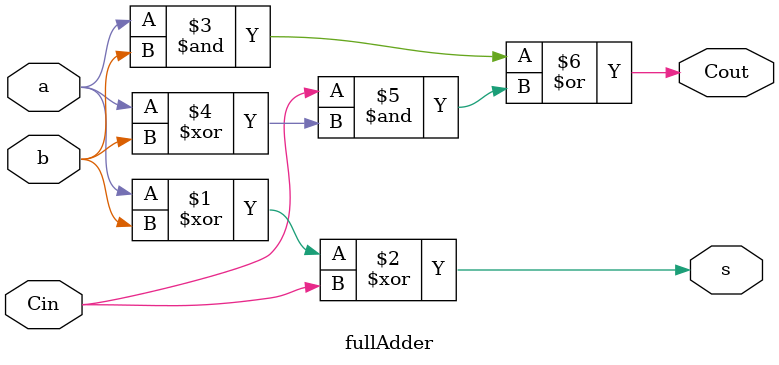
<source format=v>
module fullAdder(input a, b, Cin, output s, Cout);
assign s = a ^ b ^ Cin;
assign Cout = (a & b) | (Cin & (a ^ b));
endmodule
</source>
